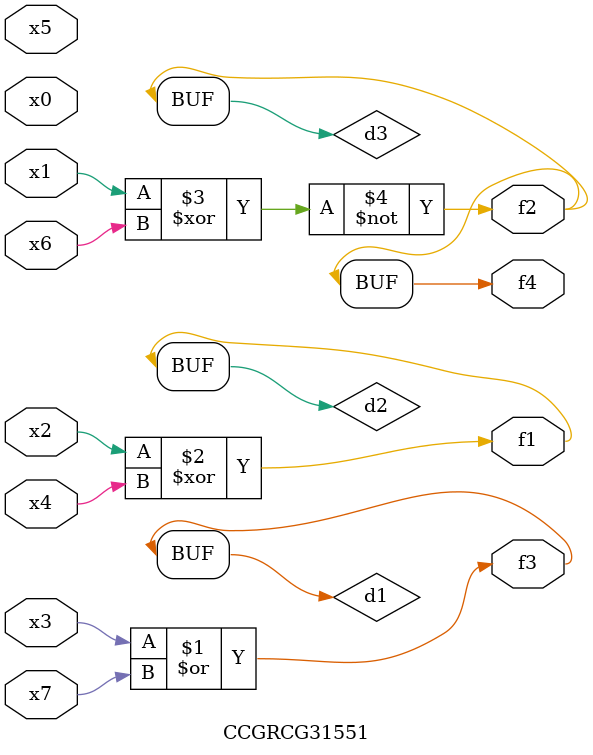
<source format=v>
module CCGRCG31551(
	input x0, x1, x2, x3, x4, x5, x6, x7,
	output f1, f2, f3, f4
);

	wire d1, d2, d3;

	or (d1, x3, x7);
	xor (d2, x2, x4);
	xnor (d3, x1, x6);
	assign f1 = d2;
	assign f2 = d3;
	assign f3 = d1;
	assign f4 = d3;
endmodule

</source>
